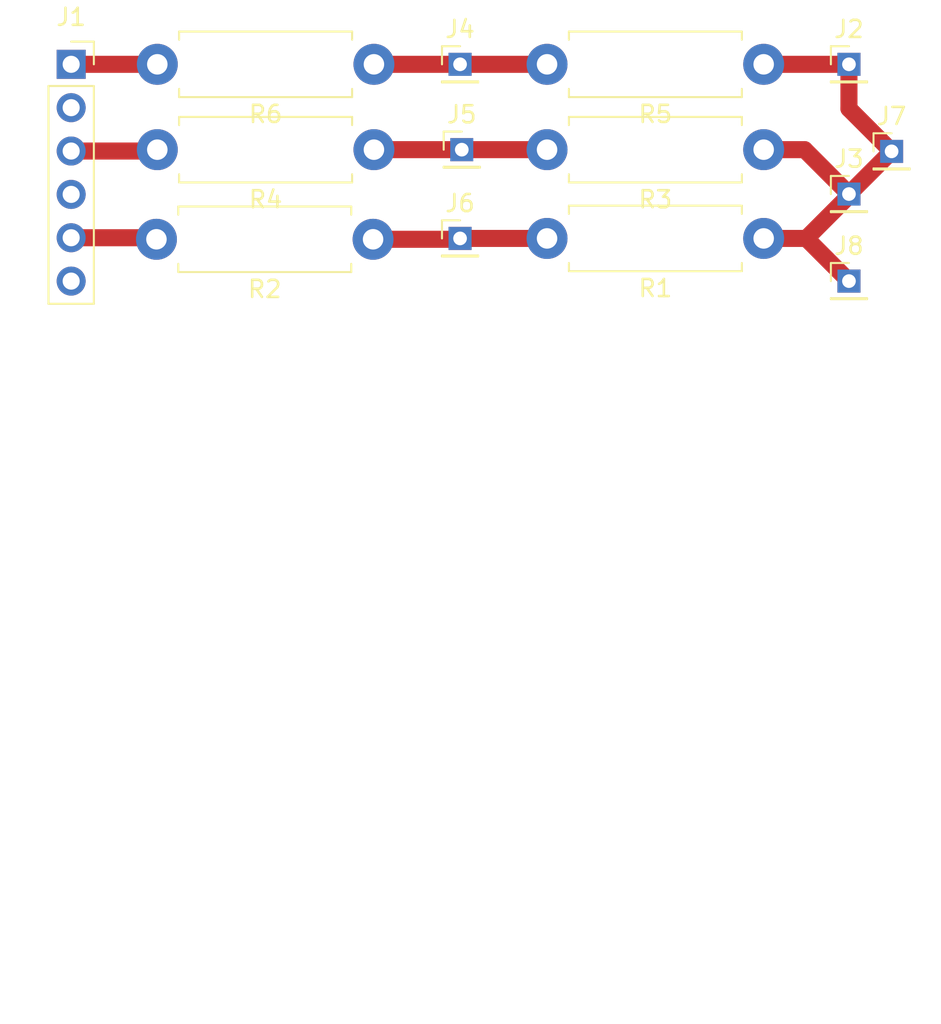
<source format=kicad_pcb>
(kicad_pcb (version 20171130) (host pcbnew "(5.1.9-0-10_14)")

  (general
    (thickness 1.6)
    (drawings 125)
    (tracks 22)
    (zones 0)
    (modules 14)
    (nets 8)
  )

  (page A4)
  (layers
    (0 F.Cu signal)
    (31 B.Cu signal)
    (32 B.Adhes user)
    (33 F.Adhes user)
    (34 B.Paste user)
    (35 F.Paste user)
    (36 B.SilkS user)
    (37 F.SilkS user)
    (38 B.Mask user)
    (39 F.Mask user)
    (40 Dwgs.User user)
    (41 Cmts.User user)
    (42 Eco1.User user)
    (43 Eco2.User user)
    (44 Edge.Cuts user)
    (45 Margin user)
    (46 B.CrtYd user)
    (47 F.CrtYd user)
    (48 B.Fab user)
    (49 F.Fab user)
  )

  (setup
    (last_trace_width 0.25)
    (user_trace_width 1)
    (trace_clearance 0.2)
    (zone_clearance 0.508)
    (zone_45_only no)
    (trace_min 0.2)
    (via_size 0.8)
    (via_drill 0.4)
    (via_min_size 0.4)
    (via_min_drill 0.3)
    (uvia_size 0.3)
    (uvia_drill 0.1)
    (uvias_allowed no)
    (uvia_min_size 0.2)
    (uvia_min_drill 0.1)
    (edge_width 0.05)
    (segment_width 0.2)
    (pcb_text_width 0.3)
    (pcb_text_size 1.5 1.5)
    (mod_edge_width 0.12)
    (mod_text_size 1 1)
    (mod_text_width 0.15)
    (pad_size 1.524 1.524)
    (pad_drill 0.762)
    (pad_to_mask_clearance 0)
    (aux_axis_origin 0 0)
    (visible_elements FFFFFF7F)
    (pcbplotparams
      (layerselection 0x011fc_ffffffff)
      (usegerberextensions false)
      (usegerberattributes true)
      (usegerberadvancedattributes true)
      (creategerberjobfile true)
      (excludeedgelayer true)
      (linewidth 0.100000)
      (plotframeref false)
      (viasonmask false)
      (mode 1)
      (useauxorigin false)
      (hpglpennumber 1)
      (hpglpenspeed 20)
      (hpglpendiameter 15.000000)
      (psnegative false)
      (psa4output false)
      (plotreference true)
      (plotvalue true)
      (plotinvisibletext false)
      (padsonsilk false)
      (subtractmaskfromsilk false)
      (outputformat 4)
      (mirror false)
      (drillshape 0)
      (scaleselection 1)
      (outputdirectory "./"))
  )

  (net 0 "")
  (net 1 "Net-(J4-Pad1)")
  (net 2 "Net-(J5-Pad1)")
  (net 3 "Net-(J6-Pad1)")
  (net 4 /shield_wire)
  (net 5 /X_pin)
  (net 6 /Y_pin)
  (net 7 /Z_pin)

  (net_class Default "This is the default net class."
    (clearance 0.2)
    (trace_width 0.25)
    (via_dia 0.8)
    (via_drill 0.4)
    (uvia_dia 0.3)
    (uvia_drill 0.1)
    (add_net /X_pin)
    (add_net /Y_pin)
    (add_net /Z_pin)
    (add_net /shield_wire)
    (add_net "Net-(J4-Pad1)")
    (add_net "Net-(J5-Pad1)")
    (add_net "Net-(J6-Pad1)")
  )

  (module Connector_PinHeader_2.00mm:PinHeader_1x01_P2.00mm_Vertical (layer F.Cu) (tedit 59FED667) (tstamp 60726C08)
    (at 203.8 133.6)
    (descr "Through hole straight pin header, 1x01, 2.00mm pitch, single row")
    (tags "Through hole pin header THT 1x01 2.00mm single row")
    (path /607342FB)
    (fp_text reference J4 (at 0 -2.06) (layer F.SilkS)
      (effects (font (size 1 1) (thickness 0.15)))
    )
    (fp_text value X_plate (at 0 2.06) (layer F.Fab)
      (effects (font (size 1 1) (thickness 0.15)))
    )
    (fp_line (start -0.5 -1) (end 1 -1) (layer F.Fab) (width 0.1))
    (fp_line (start 1 -1) (end 1 1) (layer F.Fab) (width 0.1))
    (fp_line (start 1 1) (end -1 1) (layer F.Fab) (width 0.1))
    (fp_line (start -1 1) (end -1 -0.5) (layer F.Fab) (width 0.1))
    (fp_line (start -1 -0.5) (end -0.5 -1) (layer F.Fab) (width 0.1))
    (fp_line (start -1.06 1.06) (end 1.06 1.06) (layer F.SilkS) (width 0.12))
    (fp_line (start -1.06 1) (end -1.06 1.06) (layer F.SilkS) (width 0.12))
    (fp_line (start 1.06 1) (end 1.06 1.06) (layer F.SilkS) (width 0.12))
    (fp_line (start -1.06 1) (end 1.06 1) (layer F.SilkS) (width 0.12))
    (fp_line (start -1.06 0) (end -1.06 -1.06) (layer F.SilkS) (width 0.12))
    (fp_line (start -1.06 -1.06) (end 0 -1.06) (layer F.SilkS) (width 0.12))
    (fp_line (start -1.5 -1.5) (end -1.5 1.5) (layer F.CrtYd) (width 0.05))
    (fp_line (start -1.5 1.5) (end 1.5 1.5) (layer F.CrtYd) (width 0.05))
    (fp_line (start 1.5 1.5) (end 1.5 -1.5) (layer F.CrtYd) (width 0.05))
    (fp_line (start 1.5 -1.5) (end -1.5 -1.5) (layer F.CrtYd) (width 0.05))
    (fp_text user %R (at 0 0 90) (layer F.Fab)
      (effects (font (size 1 1) (thickness 0.15)))
    )
    (pad 1 thru_hole rect (at 0 0) (size 1.35 1.35) (drill 0.8) (layers *.Cu *.Mask)
      (net 1 "Net-(J4-Pad1)"))
    (model ${KISYS3DMOD}/Connector_PinHeader_2.00mm.3dshapes/PinHeader_1x01_P2.00mm_Vertical.wrl
      (at (xyz 0 0 0))
      (scale (xyz 1 1 1))
      (rotate (xyz 0 0 0))
    )
  )

  (module Connector_PinHeader_2.00mm:PinHeader_1x01_P2.00mm_Vertical (layer F.Cu) (tedit 59FED667) (tstamp 60726BA2)
    (at 203.9 138.6)
    (descr "Through hole straight pin header, 1x01, 2.00mm pitch, single row")
    (tags "Through hole pin header THT 1x01 2.00mm single row")
    (path /607354B4)
    (fp_text reference J5 (at 0 -2.06) (layer F.SilkS)
      (effects (font (size 1 1) (thickness 0.15)))
    )
    (fp_text value Y_plate (at 0 2.06) (layer F.Fab)
      (effects (font (size 1 1) (thickness 0.15)))
    )
    (fp_line (start 1.5 -1.5) (end -1.5 -1.5) (layer F.CrtYd) (width 0.05))
    (fp_line (start 1.5 1.5) (end 1.5 -1.5) (layer F.CrtYd) (width 0.05))
    (fp_line (start -1.5 1.5) (end 1.5 1.5) (layer F.CrtYd) (width 0.05))
    (fp_line (start -1.5 -1.5) (end -1.5 1.5) (layer F.CrtYd) (width 0.05))
    (fp_line (start -1.06 -1.06) (end 0 -1.06) (layer F.SilkS) (width 0.12))
    (fp_line (start -1.06 0) (end -1.06 -1.06) (layer F.SilkS) (width 0.12))
    (fp_line (start -1.06 1) (end 1.06 1) (layer F.SilkS) (width 0.12))
    (fp_line (start 1.06 1) (end 1.06 1.06) (layer F.SilkS) (width 0.12))
    (fp_line (start -1.06 1) (end -1.06 1.06) (layer F.SilkS) (width 0.12))
    (fp_line (start -1.06 1.06) (end 1.06 1.06) (layer F.SilkS) (width 0.12))
    (fp_line (start -1 -0.5) (end -0.5 -1) (layer F.Fab) (width 0.1))
    (fp_line (start -1 1) (end -1 -0.5) (layer F.Fab) (width 0.1))
    (fp_line (start 1 1) (end -1 1) (layer F.Fab) (width 0.1))
    (fp_line (start 1 -1) (end 1 1) (layer F.Fab) (width 0.1))
    (fp_line (start -0.5 -1) (end 1 -1) (layer F.Fab) (width 0.1))
    (fp_text user %R (at 0 0 90) (layer F.Fab)
      (effects (font (size 1 1) (thickness 0.15)))
    )
    (pad 1 thru_hole rect (at 0 0) (size 1.35 1.35) (drill 0.8) (layers *.Cu *.Mask)
      (net 2 "Net-(J5-Pad1)"))
    (model ${KISYS3DMOD}/Connector_PinHeader_2.00mm.3dshapes/PinHeader_1x01_P2.00mm_Vertical.wrl
      (at (xyz 0 0 0))
      (scale (xyz 1 1 1))
      (rotate (xyz 0 0 0))
    )
  )

  (module Connector_PinHeader_2.00mm:PinHeader_1x01_P2.00mm_Vertical (layer F.Cu) (tedit 59FED667) (tstamp 60724D31)
    (at 203.8 143.8)
    (descr "Through hole straight pin header, 1x01, 2.00mm pitch, single row")
    (tags "Through hole pin header THT 1x01 2.00mm single row")
    (path /60735CD0)
    (fp_text reference J6 (at 0 -2.06) (layer F.SilkS)
      (effects (font (size 1 1) (thickness 0.15)))
    )
    (fp_text value Z_plate (at 0 2.06) (layer F.Fab)
      (effects (font (size 1 1) (thickness 0.15)))
    )
    (fp_line (start -0.5 -1) (end 1 -1) (layer F.Fab) (width 0.1))
    (fp_line (start 1 -1) (end 1 1) (layer F.Fab) (width 0.1))
    (fp_line (start 1 1) (end -1 1) (layer F.Fab) (width 0.1))
    (fp_line (start -1 1) (end -1 -0.5) (layer F.Fab) (width 0.1))
    (fp_line (start -1 -0.5) (end -0.5 -1) (layer F.Fab) (width 0.1))
    (fp_line (start -1.06 1.06) (end 1.06 1.06) (layer F.SilkS) (width 0.12))
    (fp_line (start -1.06 1) (end -1.06 1.06) (layer F.SilkS) (width 0.12))
    (fp_line (start 1.06 1) (end 1.06 1.06) (layer F.SilkS) (width 0.12))
    (fp_line (start -1.06 1) (end 1.06 1) (layer F.SilkS) (width 0.12))
    (fp_line (start -1.06 0) (end -1.06 -1.06) (layer F.SilkS) (width 0.12))
    (fp_line (start -1.06 -1.06) (end 0 -1.06) (layer F.SilkS) (width 0.12))
    (fp_line (start -1.5 -1.5) (end -1.5 1.5) (layer F.CrtYd) (width 0.05))
    (fp_line (start -1.5 1.5) (end 1.5 1.5) (layer F.CrtYd) (width 0.05))
    (fp_line (start 1.5 1.5) (end 1.5 -1.5) (layer F.CrtYd) (width 0.05))
    (fp_line (start 1.5 -1.5) (end -1.5 -1.5) (layer F.CrtYd) (width 0.05))
    (fp_text user %R (at 0 0 90) (layer F.Fab)
      (effects (font (size 1 1) (thickness 0.15)))
    )
    (pad 1 thru_hole rect (at 0 0) (size 1.35 1.35) (drill 0.8) (layers *.Cu *.Mask)
      (net 3 "Net-(J6-Pad1)"))
    (model ${KISYS3DMOD}/Connector_PinHeader_2.00mm.3dshapes/PinHeader_1x01_P2.00mm_Vertical.wrl
      (at (xyz 0 0 0))
      (scale (xyz 1 1 1))
      (rotate (xyz 0 0 0))
    )
  )

  (module Connector_PinHeader_2.00mm:PinHeader_1x01_P2.00mm_Vertical (layer F.Cu) (tedit 59FED667) (tstamp 60724D46)
    (at 229.1 138.7)
    (descr "Through hole straight pin header, 1x01, 2.00mm pitch, single row")
    (tags "Through hole pin header THT 1x01 2.00mm single row")
    (path /60742720)
    (fp_text reference J7 (at 0 -2.06) (layer F.SilkS)
      (effects (font (size 1 1) (thickness 0.15)))
    )
    (fp_text value 3V (at 0 2.06) (layer F.Fab)
      (effects (font (size 1 1) (thickness 0.15)))
    )
    (fp_line (start 1.5 -1.5) (end -1.5 -1.5) (layer F.CrtYd) (width 0.05))
    (fp_line (start 1.5 1.5) (end 1.5 -1.5) (layer F.CrtYd) (width 0.05))
    (fp_line (start -1.5 1.5) (end 1.5 1.5) (layer F.CrtYd) (width 0.05))
    (fp_line (start -1.5 -1.5) (end -1.5 1.5) (layer F.CrtYd) (width 0.05))
    (fp_line (start -1.06 -1.06) (end 0 -1.06) (layer F.SilkS) (width 0.12))
    (fp_line (start -1.06 0) (end -1.06 -1.06) (layer F.SilkS) (width 0.12))
    (fp_line (start -1.06 1) (end 1.06 1) (layer F.SilkS) (width 0.12))
    (fp_line (start 1.06 1) (end 1.06 1.06) (layer F.SilkS) (width 0.12))
    (fp_line (start -1.06 1) (end -1.06 1.06) (layer F.SilkS) (width 0.12))
    (fp_line (start -1.06 1.06) (end 1.06 1.06) (layer F.SilkS) (width 0.12))
    (fp_line (start -1 -0.5) (end -0.5 -1) (layer F.Fab) (width 0.1))
    (fp_line (start -1 1) (end -1 -0.5) (layer F.Fab) (width 0.1))
    (fp_line (start 1 1) (end -1 1) (layer F.Fab) (width 0.1))
    (fp_line (start 1 -1) (end 1 1) (layer F.Fab) (width 0.1))
    (fp_line (start -0.5 -1) (end 1 -1) (layer F.Fab) (width 0.1))
    (fp_text user %R (at 0 0 90) (layer F.Fab)
      (effects (font (size 1 1) (thickness 0.15)))
    )
    (pad 1 thru_hole rect (at 0 0) (size 1.35 1.35) (drill 0.8) (layers *.Cu *.Mask)
      (net 4 /shield_wire))
    (model ${KISYS3DMOD}/Connector_PinHeader_2.00mm.3dshapes/PinHeader_1x01_P2.00mm_Vertical.wrl
      (at (xyz 0 0 0))
      (scale (xyz 1 1 1))
      (rotate (xyz 0 0 0))
    )
  )

  (module Resistor_THT:R_Axial_DIN0411_L9.9mm_D3.6mm_P12.70mm_Horizontal (layer F.Cu) (tedit 5AE5139B) (tstamp 60724D5D)
    (at 221.6 143.8 180)
    (descr "Resistor, Axial_DIN0411 series, Axial, Horizontal, pin pitch=12.7mm, 1W, length*diameter=9.9*3.6mm^2")
    (tags "Resistor Axial_DIN0411 series Axial Horizontal pin pitch 12.7mm 1W length 9.9mm diameter 3.6mm")
    (path /607267D1)
    (fp_text reference R1 (at 6.35 -2.92) (layer F.SilkS)
      (effects (font (size 1 1) (thickness 0.15)))
    )
    (fp_text value 220K (at 6.35 2.92) (layer F.Fab)
      (effects (font (size 1 1) (thickness 0.15)))
    )
    (fp_line (start 1.4 -1.8) (end 1.4 1.8) (layer F.Fab) (width 0.1))
    (fp_line (start 1.4 1.8) (end 11.3 1.8) (layer F.Fab) (width 0.1))
    (fp_line (start 11.3 1.8) (end 11.3 -1.8) (layer F.Fab) (width 0.1))
    (fp_line (start 11.3 -1.8) (end 1.4 -1.8) (layer F.Fab) (width 0.1))
    (fp_line (start 0 0) (end 1.4 0) (layer F.Fab) (width 0.1))
    (fp_line (start 12.7 0) (end 11.3 0) (layer F.Fab) (width 0.1))
    (fp_line (start 1.28 -1.44) (end 1.28 -1.92) (layer F.SilkS) (width 0.12))
    (fp_line (start 1.28 -1.92) (end 11.42 -1.92) (layer F.SilkS) (width 0.12))
    (fp_line (start 11.42 -1.92) (end 11.42 -1.44) (layer F.SilkS) (width 0.12))
    (fp_line (start 1.28 1.44) (end 1.28 1.92) (layer F.SilkS) (width 0.12))
    (fp_line (start 1.28 1.92) (end 11.42 1.92) (layer F.SilkS) (width 0.12))
    (fp_line (start 11.42 1.92) (end 11.42 1.44) (layer F.SilkS) (width 0.12))
    (fp_line (start -1.45 -2.05) (end -1.45 2.05) (layer F.CrtYd) (width 0.05))
    (fp_line (start -1.45 2.05) (end 14.15 2.05) (layer F.CrtYd) (width 0.05))
    (fp_line (start 14.15 2.05) (end 14.15 -2.05) (layer F.CrtYd) (width 0.05))
    (fp_line (start 14.15 -2.05) (end -1.45 -2.05) (layer F.CrtYd) (width 0.05))
    (fp_text user %R (at 6.35 0) (layer F.Fab)
      (effects (font (size 1 1) (thickness 0.15)))
    )
    (pad 1 thru_hole circle (at 0 0 180) (size 2.4 2.4) (drill 1.2) (layers *.Cu *.Mask)
      (net 4 /shield_wire))
    (pad 2 thru_hole oval (at 12.7 0 180) (size 2.4 2.4) (drill 1.2) (layers *.Cu *.Mask)
      (net 3 "Net-(J6-Pad1)"))
    (model ${KISYS3DMOD}/Resistor_THT.3dshapes/R_Axial_DIN0411_L9.9mm_D3.6mm_P12.70mm_Horizontal.wrl
      (at (xyz 0 0 0))
      (scale (xyz 1 1 1))
      (rotate (xyz 0 0 0))
    )
  )

  (module Resistor_THT:R_Axial_DIN0411_L9.9mm_D3.6mm_P12.70mm_Horizontal (layer F.Cu) (tedit 5AE5139B) (tstamp 60724D74)
    (at 198.7 143.85 180)
    (descr "Resistor, Axial_DIN0411 series, Axial, Horizontal, pin pitch=12.7mm, 1W, length*diameter=9.9*3.6mm^2")
    (tags "Resistor Axial_DIN0411 series Axial Horizontal pin pitch 12.7mm 1W length 9.9mm diameter 3.6mm")
    (path /6072A903)
    (fp_text reference R2 (at 6.35 -2.92) (layer F.SilkS)
      (effects (font (size 1 1) (thickness 0.15)))
    )
    (fp_text value 10K (at 6.35 2.92) (layer F.Fab)
      (effects (font (size 1 1) (thickness 0.15)))
    )
    (fp_line (start 14.15 -2.05) (end -1.45 -2.05) (layer F.CrtYd) (width 0.05))
    (fp_line (start 14.15 2.05) (end 14.15 -2.05) (layer F.CrtYd) (width 0.05))
    (fp_line (start -1.45 2.05) (end 14.15 2.05) (layer F.CrtYd) (width 0.05))
    (fp_line (start -1.45 -2.05) (end -1.45 2.05) (layer F.CrtYd) (width 0.05))
    (fp_line (start 11.42 1.92) (end 11.42 1.44) (layer F.SilkS) (width 0.12))
    (fp_line (start 1.28 1.92) (end 11.42 1.92) (layer F.SilkS) (width 0.12))
    (fp_line (start 1.28 1.44) (end 1.28 1.92) (layer F.SilkS) (width 0.12))
    (fp_line (start 11.42 -1.92) (end 11.42 -1.44) (layer F.SilkS) (width 0.12))
    (fp_line (start 1.28 -1.92) (end 11.42 -1.92) (layer F.SilkS) (width 0.12))
    (fp_line (start 1.28 -1.44) (end 1.28 -1.92) (layer F.SilkS) (width 0.12))
    (fp_line (start 12.7 0) (end 11.3 0) (layer F.Fab) (width 0.1))
    (fp_line (start 0 0) (end 1.4 0) (layer F.Fab) (width 0.1))
    (fp_line (start 11.3 -1.8) (end 1.4 -1.8) (layer F.Fab) (width 0.1))
    (fp_line (start 11.3 1.8) (end 11.3 -1.8) (layer F.Fab) (width 0.1))
    (fp_line (start 1.4 1.8) (end 11.3 1.8) (layer F.Fab) (width 0.1))
    (fp_line (start 1.4 -1.8) (end 1.4 1.8) (layer F.Fab) (width 0.1))
    (fp_text user %R (at 6.35 0) (layer F.Fab)
      (effects (font (size 1 1) (thickness 0.15)))
    )
    (pad 2 thru_hole oval (at 12.7 0 180) (size 2.4 2.4) (drill 1.2) (layers *.Cu *.Mask)
      (net 7 /Z_pin))
    (pad 1 thru_hole circle (at 0 0 180) (size 2.4 2.4) (drill 1.2) (layers *.Cu *.Mask)
      (net 3 "Net-(J6-Pad1)"))
    (model ${KISYS3DMOD}/Resistor_THT.3dshapes/R_Axial_DIN0411_L9.9mm_D3.6mm_P12.70mm_Horizontal.wrl
      (at (xyz 0 0 0))
      (scale (xyz 1 1 1))
      (rotate (xyz 0 0 0))
    )
  )

  (module Resistor_THT:R_Axial_DIN0411_L9.9mm_D3.6mm_P12.70mm_Horizontal (layer F.Cu) (tedit 5AE5139B) (tstamp 60724D8B)
    (at 221.6 138.6 180)
    (descr "Resistor, Axial_DIN0411 series, Axial, Horizontal, pin pitch=12.7mm, 1W, length*diameter=9.9*3.6mm^2")
    (tags "Resistor Axial_DIN0411 series Axial Horizontal pin pitch 12.7mm 1W length 9.9mm diameter 3.6mm")
    (path /60726F97)
    (fp_text reference R3 (at 6.35 -2.92) (layer F.SilkS)
      (effects (font (size 1 1) (thickness 0.15)))
    )
    (fp_text value 220K (at 6.35 2.92) (layer F.Fab)
      (effects (font (size 1 1) (thickness 0.15)))
    )
    (fp_line (start 1.4 -1.8) (end 1.4 1.8) (layer F.Fab) (width 0.1))
    (fp_line (start 1.4 1.8) (end 11.3 1.8) (layer F.Fab) (width 0.1))
    (fp_line (start 11.3 1.8) (end 11.3 -1.8) (layer F.Fab) (width 0.1))
    (fp_line (start 11.3 -1.8) (end 1.4 -1.8) (layer F.Fab) (width 0.1))
    (fp_line (start 0 0) (end 1.4 0) (layer F.Fab) (width 0.1))
    (fp_line (start 12.7 0) (end 11.3 0) (layer F.Fab) (width 0.1))
    (fp_line (start 1.28 -1.44) (end 1.28 -1.92) (layer F.SilkS) (width 0.12))
    (fp_line (start 1.28 -1.92) (end 11.42 -1.92) (layer F.SilkS) (width 0.12))
    (fp_line (start 11.42 -1.92) (end 11.42 -1.44) (layer F.SilkS) (width 0.12))
    (fp_line (start 1.28 1.44) (end 1.28 1.92) (layer F.SilkS) (width 0.12))
    (fp_line (start 1.28 1.92) (end 11.42 1.92) (layer F.SilkS) (width 0.12))
    (fp_line (start 11.42 1.92) (end 11.42 1.44) (layer F.SilkS) (width 0.12))
    (fp_line (start -1.45 -2.05) (end -1.45 2.05) (layer F.CrtYd) (width 0.05))
    (fp_line (start -1.45 2.05) (end 14.15 2.05) (layer F.CrtYd) (width 0.05))
    (fp_line (start 14.15 2.05) (end 14.15 -2.05) (layer F.CrtYd) (width 0.05))
    (fp_line (start 14.15 -2.05) (end -1.45 -2.05) (layer F.CrtYd) (width 0.05))
    (fp_text user %R (at 6.35 0) (layer F.Fab)
      (effects (font (size 1 1) (thickness 0.15)))
    )
    (pad 1 thru_hole circle (at 0 0 180) (size 2.4 2.4) (drill 1.2) (layers *.Cu *.Mask)
      (net 4 /shield_wire))
    (pad 2 thru_hole oval (at 12.7 0 180) (size 2.4 2.4) (drill 1.2) (layers *.Cu *.Mask)
      (net 2 "Net-(J5-Pad1)"))
    (model ${KISYS3DMOD}/Resistor_THT.3dshapes/R_Axial_DIN0411_L9.9mm_D3.6mm_P12.70mm_Horizontal.wrl
      (at (xyz 0 0 0))
      (scale (xyz 1 1 1))
      (rotate (xyz 0 0 0))
    )
  )

  (module Resistor_THT:R_Axial_DIN0411_L9.9mm_D3.6mm_P12.70mm_Horizontal (layer F.Cu) (tedit 5AE5139B) (tstamp 60724DA2)
    (at 198.75 138.6 180)
    (descr "Resistor, Axial_DIN0411 series, Axial, Horizontal, pin pitch=12.7mm, 1W, length*diameter=9.9*3.6mm^2")
    (tags "Resistor Axial_DIN0411 series Axial Horizontal pin pitch 12.7mm 1W length 9.9mm diameter 3.6mm")
    (path /6072B2A7)
    (fp_text reference R4 (at 6.35 -2.92) (layer F.SilkS)
      (effects (font (size 1 1) (thickness 0.15)))
    )
    (fp_text value 10K (at 6.35 2.92) (layer F.Fab)
      (effects (font (size 1 1) (thickness 0.15)))
    )
    (fp_line (start 1.4 -1.8) (end 1.4 1.8) (layer F.Fab) (width 0.1))
    (fp_line (start 1.4 1.8) (end 11.3 1.8) (layer F.Fab) (width 0.1))
    (fp_line (start 11.3 1.8) (end 11.3 -1.8) (layer F.Fab) (width 0.1))
    (fp_line (start 11.3 -1.8) (end 1.4 -1.8) (layer F.Fab) (width 0.1))
    (fp_line (start 0 0) (end 1.4 0) (layer F.Fab) (width 0.1))
    (fp_line (start 12.7 0) (end 11.3 0) (layer F.Fab) (width 0.1))
    (fp_line (start 1.28 -1.44) (end 1.28 -1.92) (layer F.SilkS) (width 0.12))
    (fp_line (start 1.28 -1.92) (end 11.42 -1.92) (layer F.SilkS) (width 0.12))
    (fp_line (start 11.42 -1.92) (end 11.42 -1.44) (layer F.SilkS) (width 0.12))
    (fp_line (start 1.28 1.44) (end 1.28 1.92) (layer F.SilkS) (width 0.12))
    (fp_line (start 1.28 1.92) (end 11.42 1.92) (layer F.SilkS) (width 0.12))
    (fp_line (start 11.42 1.92) (end 11.42 1.44) (layer F.SilkS) (width 0.12))
    (fp_line (start -1.45 -2.05) (end -1.45 2.05) (layer F.CrtYd) (width 0.05))
    (fp_line (start -1.45 2.05) (end 14.15 2.05) (layer F.CrtYd) (width 0.05))
    (fp_line (start 14.15 2.05) (end 14.15 -2.05) (layer F.CrtYd) (width 0.05))
    (fp_line (start 14.15 -2.05) (end -1.45 -2.05) (layer F.CrtYd) (width 0.05))
    (fp_text user %R (at 6.35 0) (layer F.Fab)
      (effects (font (size 1 1) (thickness 0.15)))
    )
    (pad 1 thru_hole circle (at 0 0 180) (size 2.4 2.4) (drill 1.2) (layers *.Cu *.Mask)
      (net 2 "Net-(J5-Pad1)"))
    (pad 2 thru_hole oval (at 12.7 0 180) (size 2.4 2.4) (drill 1.2) (layers *.Cu *.Mask)
      (net 6 /Y_pin))
    (model ${KISYS3DMOD}/Resistor_THT.3dshapes/R_Axial_DIN0411_L9.9mm_D3.6mm_P12.70mm_Horizontal.wrl
      (at (xyz 0 0 0))
      (scale (xyz 1 1 1))
      (rotate (xyz 0 0 0))
    )
  )

  (module Resistor_THT:R_Axial_DIN0411_L9.9mm_D3.6mm_P12.70mm_Horizontal (layer F.Cu) (tedit 5AE5139B) (tstamp 60724DB9)
    (at 221.6 133.6 180)
    (descr "Resistor, Axial_DIN0411 series, Axial, Horizontal, pin pitch=12.7mm, 1W, length*diameter=9.9*3.6mm^2")
    (tags "Resistor Axial_DIN0411 series Axial Horizontal pin pitch 12.7mm 1W length 9.9mm diameter 3.6mm")
    (path /60727144)
    (fp_text reference R5 (at 6.35 -2.92) (layer F.SilkS)
      (effects (font (size 1 1) (thickness 0.15)))
    )
    (fp_text value 220K (at 6.35 2.92) (layer F.Fab)
      (effects (font (size 1 1) (thickness 0.15)))
    )
    (fp_line (start 1.4 -1.8) (end 1.4 1.8) (layer F.Fab) (width 0.1))
    (fp_line (start 1.4 1.8) (end 11.3 1.8) (layer F.Fab) (width 0.1))
    (fp_line (start 11.3 1.8) (end 11.3 -1.8) (layer F.Fab) (width 0.1))
    (fp_line (start 11.3 -1.8) (end 1.4 -1.8) (layer F.Fab) (width 0.1))
    (fp_line (start 0 0) (end 1.4 0) (layer F.Fab) (width 0.1))
    (fp_line (start 12.7 0) (end 11.3 0) (layer F.Fab) (width 0.1))
    (fp_line (start 1.28 -1.44) (end 1.28 -1.92) (layer F.SilkS) (width 0.12))
    (fp_line (start 1.28 -1.92) (end 11.42 -1.92) (layer F.SilkS) (width 0.12))
    (fp_line (start 11.42 -1.92) (end 11.42 -1.44) (layer F.SilkS) (width 0.12))
    (fp_line (start 1.28 1.44) (end 1.28 1.92) (layer F.SilkS) (width 0.12))
    (fp_line (start 1.28 1.92) (end 11.42 1.92) (layer F.SilkS) (width 0.12))
    (fp_line (start 11.42 1.92) (end 11.42 1.44) (layer F.SilkS) (width 0.12))
    (fp_line (start -1.45 -2.05) (end -1.45 2.05) (layer F.CrtYd) (width 0.05))
    (fp_line (start -1.45 2.05) (end 14.15 2.05) (layer F.CrtYd) (width 0.05))
    (fp_line (start 14.15 2.05) (end 14.15 -2.05) (layer F.CrtYd) (width 0.05))
    (fp_line (start 14.15 -2.05) (end -1.45 -2.05) (layer F.CrtYd) (width 0.05))
    (fp_text user %R (at 6.35 0) (layer F.Fab)
      (effects (font (size 1 1) (thickness 0.15)))
    )
    (pad 1 thru_hole circle (at 0 0 180) (size 2.4 2.4) (drill 1.2) (layers *.Cu *.Mask)
      (net 4 /shield_wire))
    (pad 2 thru_hole oval (at 12.7 0 180) (size 2.4 2.4) (drill 1.2) (layers *.Cu *.Mask)
      (net 1 "Net-(J4-Pad1)"))
    (model ${KISYS3DMOD}/Resistor_THT.3dshapes/R_Axial_DIN0411_L9.9mm_D3.6mm_P12.70mm_Horizontal.wrl
      (at (xyz 0 0 0))
      (scale (xyz 1 1 1))
      (rotate (xyz 0 0 0))
    )
  )

  (module Resistor_THT:R_Axial_DIN0411_L9.9mm_D3.6mm_P12.70mm_Horizontal (layer F.Cu) (tedit 5AE5139B) (tstamp 60724DD0)
    (at 198.75 133.6 180)
    (descr "Resistor, Axial_DIN0411 series, Axial, Horizontal, pin pitch=12.7mm, 1W, length*diameter=9.9*3.6mm^2")
    (tags "Resistor Axial_DIN0411 series Axial Horizontal pin pitch 12.7mm 1W length 9.9mm diameter 3.6mm")
    (path /6072B5B0)
    (fp_text reference R6 (at 6.35 -2.92) (layer F.SilkS)
      (effects (font (size 1 1) (thickness 0.15)))
    )
    (fp_text value 10K (at 6.35 2.92) (layer F.Fab)
      (effects (font (size 1 1) (thickness 0.15)))
    )
    (fp_line (start 14.15 -2.05) (end -1.45 -2.05) (layer F.CrtYd) (width 0.05))
    (fp_line (start 14.15 2.05) (end 14.15 -2.05) (layer F.CrtYd) (width 0.05))
    (fp_line (start -1.45 2.05) (end 14.15 2.05) (layer F.CrtYd) (width 0.05))
    (fp_line (start -1.45 -2.05) (end -1.45 2.05) (layer F.CrtYd) (width 0.05))
    (fp_line (start 11.42 1.92) (end 11.42 1.44) (layer F.SilkS) (width 0.12))
    (fp_line (start 1.28 1.92) (end 11.42 1.92) (layer F.SilkS) (width 0.12))
    (fp_line (start 1.28 1.44) (end 1.28 1.92) (layer F.SilkS) (width 0.12))
    (fp_line (start 11.42 -1.92) (end 11.42 -1.44) (layer F.SilkS) (width 0.12))
    (fp_line (start 1.28 -1.92) (end 11.42 -1.92) (layer F.SilkS) (width 0.12))
    (fp_line (start 1.28 -1.44) (end 1.28 -1.92) (layer F.SilkS) (width 0.12))
    (fp_line (start 12.7 0) (end 11.3 0) (layer F.Fab) (width 0.1))
    (fp_line (start 0 0) (end 1.4 0) (layer F.Fab) (width 0.1))
    (fp_line (start 11.3 -1.8) (end 1.4 -1.8) (layer F.Fab) (width 0.1))
    (fp_line (start 11.3 1.8) (end 11.3 -1.8) (layer F.Fab) (width 0.1))
    (fp_line (start 1.4 1.8) (end 11.3 1.8) (layer F.Fab) (width 0.1))
    (fp_line (start 1.4 -1.8) (end 1.4 1.8) (layer F.Fab) (width 0.1))
    (fp_text user %R (at 6.35 0) (layer F.Fab)
      (effects (font (size 1 1) (thickness 0.15)))
    )
    (pad 2 thru_hole oval (at 12.7 0 180) (size 2.4 2.4) (drill 1.2) (layers *.Cu *.Mask)
      (net 5 /X_pin))
    (pad 1 thru_hole circle (at 0 0 180) (size 2.4 2.4) (drill 1.2) (layers *.Cu *.Mask)
      (net 1 "Net-(J4-Pad1)"))
    (model ${KISYS3DMOD}/Resistor_THT.3dshapes/R_Axial_DIN0411_L9.9mm_D3.6mm_P12.70mm_Horizontal.wrl
      (at (xyz 0 0 0))
      (scale (xyz 1 1 1))
      (rotate (xyz 0 0 0))
    )
  )

  (module Connector_PinSocket_2.54mm:PinSocket_1x06_P2.54mm_Vertical (layer F.Cu) (tedit 5A19A430) (tstamp 607266CE)
    (at 181 133.6)
    (descr "Through hole straight socket strip, 1x06, 2.54mm pitch, single row (from Kicad 4.0.7), script generated")
    (tags "Through hole socket strip THT 1x06 2.54mm single row")
    (path /60746578)
    (fp_text reference J1 (at 0 -2.77) (layer F.SilkS)
      (effects (font (size 1 1) (thickness 0.15)))
    )
    (fp_text value "Pin Socket" (at 0 15.47) (layer F.Fab)
      (effects (font (size 1 1) (thickness 0.15)))
    )
    (fp_line (start -1.27 -1.27) (end 0.635 -1.27) (layer F.Fab) (width 0.1))
    (fp_line (start 0.635 -1.27) (end 1.27 -0.635) (layer F.Fab) (width 0.1))
    (fp_line (start 1.27 -0.635) (end 1.27 13.97) (layer F.Fab) (width 0.1))
    (fp_line (start 1.27 13.97) (end -1.27 13.97) (layer F.Fab) (width 0.1))
    (fp_line (start -1.27 13.97) (end -1.27 -1.27) (layer F.Fab) (width 0.1))
    (fp_line (start -1.33 1.27) (end 1.33 1.27) (layer F.SilkS) (width 0.12))
    (fp_line (start -1.33 1.27) (end -1.33 14.03) (layer F.SilkS) (width 0.12))
    (fp_line (start -1.33 14.03) (end 1.33 14.03) (layer F.SilkS) (width 0.12))
    (fp_line (start 1.33 1.27) (end 1.33 14.03) (layer F.SilkS) (width 0.12))
    (fp_line (start 1.33 -1.33) (end 1.33 0) (layer F.SilkS) (width 0.12))
    (fp_line (start 0 -1.33) (end 1.33 -1.33) (layer F.SilkS) (width 0.12))
    (fp_line (start -1.8 -1.8) (end 1.75 -1.8) (layer F.CrtYd) (width 0.05))
    (fp_line (start 1.75 -1.8) (end 1.75 14.45) (layer F.CrtYd) (width 0.05))
    (fp_line (start 1.75 14.45) (end -1.8 14.45) (layer F.CrtYd) (width 0.05))
    (fp_line (start -1.8 14.45) (end -1.8 -1.8) (layer F.CrtYd) (width 0.05))
    (fp_text user %R (at 0 6.35 90) (layer F.Fab)
      (effects (font (size 1 1) (thickness 0.15)))
    )
    (pad 1 thru_hole rect (at 0 0) (size 1.7 1.7) (drill 1) (layers *.Cu *.Mask)
      (net 5 /X_pin))
    (pad 2 thru_hole oval (at 0 2.54) (size 1.7 1.7) (drill 1) (layers *.Cu *.Mask))
    (pad 3 thru_hole oval (at 0 5.08) (size 1.7 1.7) (drill 1) (layers *.Cu *.Mask)
      (net 6 /Y_pin))
    (pad 4 thru_hole oval (at 0 7.62) (size 1.7 1.7) (drill 1) (layers *.Cu *.Mask))
    (pad 5 thru_hole oval (at 0 10.16) (size 1.7 1.7) (drill 1) (layers *.Cu *.Mask)
      (net 7 /Z_pin))
    (pad 6 thru_hole oval (at 0 12.7) (size 1.7 1.7) (drill 1) (layers *.Cu *.Mask))
    (model ${KISYS3DMOD}/Connector_PinSocket_2.54mm.3dshapes/PinSocket_1x06_P2.54mm_Vertical.wrl
      (at (xyz 0 0 0))
      (scale (xyz 1 1 1))
      (rotate (xyz 0 0 0))
    )
  )

  (module Connector_PinHeader_2.00mm:PinHeader_1x01_P2.00mm_Vertical (layer F.Cu) (tedit 59FED667) (tstamp 60726A01)
    (at 226.6 133.6)
    (descr "Through hole straight pin header, 1x01, 2.00mm pitch, single row")
    (tags "Through hole pin header THT 1x01 2.00mm single row")
    (path /60768D29)
    (fp_text reference J2 (at 0 -2.06) (layer F.SilkS)
      (effects (font (size 1 1) (thickness 0.15)))
    )
    (fp_text value X_shield (at 0 2.06) (layer F.Fab)
      (effects (font (size 1 1) (thickness 0.15)))
    )
    (fp_line (start -0.5 -1) (end 1 -1) (layer F.Fab) (width 0.1))
    (fp_line (start 1 -1) (end 1 1) (layer F.Fab) (width 0.1))
    (fp_line (start 1 1) (end -1 1) (layer F.Fab) (width 0.1))
    (fp_line (start -1 1) (end -1 -0.5) (layer F.Fab) (width 0.1))
    (fp_line (start -1 -0.5) (end -0.5 -1) (layer F.Fab) (width 0.1))
    (fp_line (start -1.06 1.06) (end 1.06 1.06) (layer F.SilkS) (width 0.12))
    (fp_line (start -1.06 1) (end -1.06 1.06) (layer F.SilkS) (width 0.12))
    (fp_line (start 1.06 1) (end 1.06 1.06) (layer F.SilkS) (width 0.12))
    (fp_line (start -1.06 1) (end 1.06 1) (layer F.SilkS) (width 0.12))
    (fp_line (start -1.06 0) (end -1.06 -1.06) (layer F.SilkS) (width 0.12))
    (fp_line (start -1.06 -1.06) (end 0 -1.06) (layer F.SilkS) (width 0.12))
    (fp_line (start -1.5 -1.5) (end -1.5 1.5) (layer F.CrtYd) (width 0.05))
    (fp_line (start -1.5 1.5) (end 1.5 1.5) (layer F.CrtYd) (width 0.05))
    (fp_line (start 1.5 1.5) (end 1.5 -1.5) (layer F.CrtYd) (width 0.05))
    (fp_line (start 1.5 -1.5) (end -1.5 -1.5) (layer F.CrtYd) (width 0.05))
    (fp_text user %R (at 0 0 90) (layer F.Fab)
      (effects (font (size 1 1) (thickness 0.15)))
    )
    (pad 1 thru_hole rect (at 0 0) (size 1.35 1.35) (drill 0.8) (layers *.Cu *.Mask)
      (net 4 /shield_wire))
    (model ${KISYS3DMOD}/Connector_PinHeader_2.00mm.3dshapes/PinHeader_1x01_P2.00mm_Vertical.wrl
      (at (xyz 0 0 0))
      (scale (xyz 1 1 1))
      (rotate (xyz 0 0 0))
    )
  )

  (module Connector_PinHeader_2.00mm:PinHeader_1x01_P2.00mm_Vertical (layer F.Cu) (tedit 59FED667) (tstamp 60727263)
    (at 226.6 141.2)
    (descr "Through hole straight pin header, 1x01, 2.00mm pitch, single row")
    (tags "Through hole pin header THT 1x01 2.00mm single row")
    (path /6076926F)
    (fp_text reference J3 (at 0 -2.06) (layer F.SilkS)
      (effects (font (size 1 1) (thickness 0.15)))
    )
    (fp_text value Y_shield (at 0 2.06) (layer F.Fab)
      (effects (font (size 1 1) (thickness 0.15)))
    )
    (fp_line (start -0.5 -1) (end 1 -1) (layer F.Fab) (width 0.1))
    (fp_line (start 1 -1) (end 1 1) (layer F.Fab) (width 0.1))
    (fp_line (start 1 1) (end -1 1) (layer F.Fab) (width 0.1))
    (fp_line (start -1 1) (end -1 -0.5) (layer F.Fab) (width 0.1))
    (fp_line (start -1 -0.5) (end -0.5 -1) (layer F.Fab) (width 0.1))
    (fp_line (start -1.06 1.06) (end 1.06 1.06) (layer F.SilkS) (width 0.12))
    (fp_line (start -1.06 1) (end -1.06 1.06) (layer F.SilkS) (width 0.12))
    (fp_line (start 1.06 1) (end 1.06 1.06) (layer F.SilkS) (width 0.12))
    (fp_line (start -1.06 1) (end 1.06 1) (layer F.SilkS) (width 0.12))
    (fp_line (start -1.06 0) (end -1.06 -1.06) (layer F.SilkS) (width 0.12))
    (fp_line (start -1.06 -1.06) (end 0 -1.06) (layer F.SilkS) (width 0.12))
    (fp_line (start -1.5 -1.5) (end -1.5 1.5) (layer F.CrtYd) (width 0.05))
    (fp_line (start -1.5 1.5) (end 1.5 1.5) (layer F.CrtYd) (width 0.05))
    (fp_line (start 1.5 1.5) (end 1.5 -1.5) (layer F.CrtYd) (width 0.05))
    (fp_line (start 1.5 -1.5) (end -1.5 -1.5) (layer F.CrtYd) (width 0.05))
    (fp_text user %R (at 0 0 90) (layer F.Fab)
      (effects (font (size 1 1) (thickness 0.15)))
    )
    (pad 1 thru_hole rect (at 0 0) (size 1.35 1.35) (drill 0.8) (layers *.Cu *.Mask)
      (net 4 /shield_wire))
    (model ${KISYS3DMOD}/Connector_PinHeader_2.00mm.3dshapes/PinHeader_1x01_P2.00mm_Vertical.wrl
      (at (xyz 0 0 0))
      (scale (xyz 1 1 1))
      (rotate (xyz 0 0 0))
    )
  )

  (module Connector_PinHeader_2.00mm:PinHeader_1x01_P2.00mm_Vertical (layer F.Cu) (tedit 59FED667) (tstamp 60727374)
    (at 226.6 146.3)
    (descr "Through hole straight pin header, 1x01, 2.00mm pitch, single row")
    (tags "Through hole pin header THT 1x01 2.00mm single row")
    (path /60769800)
    (fp_text reference J8 (at 0 -2.06) (layer F.SilkS)
      (effects (font (size 1 1) (thickness 0.15)))
    )
    (fp_text value Z_shield (at 0 2.06) (layer F.Fab)
      (effects (font (size 1 1) (thickness 0.15)))
    )
    (fp_line (start -0.5 -1) (end 1 -1) (layer F.Fab) (width 0.1))
    (fp_line (start 1 -1) (end 1 1) (layer F.Fab) (width 0.1))
    (fp_line (start 1 1) (end -1 1) (layer F.Fab) (width 0.1))
    (fp_line (start -1 1) (end -1 -0.5) (layer F.Fab) (width 0.1))
    (fp_line (start -1 -0.5) (end -0.5 -1) (layer F.Fab) (width 0.1))
    (fp_line (start -1.06 1.06) (end 1.06 1.06) (layer F.SilkS) (width 0.12))
    (fp_line (start -1.06 1) (end -1.06 1.06) (layer F.SilkS) (width 0.12))
    (fp_line (start 1.06 1) (end 1.06 1.06) (layer F.SilkS) (width 0.12))
    (fp_line (start -1.06 1) (end 1.06 1) (layer F.SilkS) (width 0.12))
    (fp_line (start -1.06 0) (end -1.06 -1.06) (layer F.SilkS) (width 0.12))
    (fp_line (start -1.06 -1.06) (end 0 -1.06) (layer F.SilkS) (width 0.12))
    (fp_line (start -1.5 -1.5) (end -1.5 1.5) (layer F.CrtYd) (width 0.05))
    (fp_line (start -1.5 1.5) (end 1.5 1.5) (layer F.CrtYd) (width 0.05))
    (fp_line (start 1.5 1.5) (end 1.5 -1.5) (layer F.CrtYd) (width 0.05))
    (fp_line (start 1.5 -1.5) (end -1.5 -1.5) (layer F.CrtYd) (width 0.05))
    (fp_text user %R (at 0 0 90) (layer F.Fab)
      (effects (font (size 1 1) (thickness 0.15)))
    )
    (pad 1 thru_hole rect (at 0 0) (size 1.35 1.35) (drill 0.8) (layers *.Cu *.Mask)
      (net 4 /shield_wire))
    (model ${KISYS3DMOD}/Connector_PinHeader_2.00mm.3dshapes/PinHeader_1x01_P2.00mm_Vertical.wrl
      (at (xyz 0 0 0))
      (scale (xyz 1 1 1))
      (rotate (xyz 0 0 0))
    )
  )

  (gr_circle (center 229.146 146.3) (end 229.896 146.3) (layer Dwgs.User) (width 0.5) (tstamp 60726AF8))
  (gr_circle (center 226.606 146.3) (end 227.356 146.3) (layer Dwgs.User) (width 0.5) (tstamp 60726AF6))
  (gr_circle (center 224.066 146.3) (end 224.816 146.3) (layer Dwgs.User) (width 0.5) (tstamp 60726AF4))
  (gr_circle (center 221.526 146.3) (end 222.276 146.3) (layer Dwgs.User) (width 0.5) (tstamp 60726AF2))
  (gr_circle (center 218.986 146.3) (end 219.736 146.3) (layer Dwgs.User) (width 0.5) (tstamp 60726AF0))
  (gr_circle (center 229.146 143.76) (end 229.896 143.76) (layer Dwgs.User) (width 0.5) (tstamp 60726AEE))
  (gr_circle (center 226.606 143.76) (end 227.356 143.76) (layer Dwgs.User) (width 0.5) (tstamp 60726AEC))
  (gr_circle (center 224.066 143.76) (end 224.816 143.76) (layer Dwgs.User) (width 0.5) (tstamp 60726AEA))
  (gr_circle (center 221.526 143.76) (end 222.276 143.76) (layer Dwgs.User) (width 0.5) (tstamp 60726AE8))
  (gr_circle (center 218.986 143.76) (end 219.736 143.76) (layer Dwgs.User) (width 0.5) (tstamp 60726AE6))
  (gr_circle (center 229.146 141.22) (end 229.896 141.22) (layer Dwgs.User) (width 0.5) (tstamp 60726AE4))
  (gr_circle (center 226.606 141.22) (end 227.356 141.22) (layer Dwgs.User) (width 0.5) (tstamp 60726AE2))
  (gr_circle (center 224.066 141.22) (end 224.816 141.22) (layer Dwgs.User) (width 0.5) (tstamp 60726AE0))
  (gr_circle (center 221.526 141.22) (end 222.276 141.22) (layer Dwgs.User) (width 0.5) (tstamp 60726ADE))
  (gr_circle (center 218.986 141.22) (end 219.736 141.22) (layer Dwgs.User) (width 0.5) (tstamp 60726ADC))
  (gr_circle (center 229.146 138.68) (end 229.896 138.68) (layer Dwgs.User) (width 0.5) (tstamp 60726ADA))
  (gr_circle (center 226.606 138.68) (end 227.356 138.68) (layer Dwgs.User) (width 0.5) (tstamp 60727290))
  (gr_circle (center 224.066 138.68) (end 224.816 138.68) (layer Dwgs.User) (width 0.5) (tstamp 60726AD6))
  (gr_circle (center 221.526 138.68) (end 222.276 138.68) (layer Dwgs.User) (width 0.5) (tstamp 60726AD4))
  (gr_circle (center 218.986 138.68) (end 219.736 138.68) (layer Dwgs.User) (width 0.5) (tstamp 60726AD2))
  (gr_circle (center 229.146 136.14) (end 229.896 136.14) (layer Dwgs.User) (width 0.5) (tstamp 60726AD0))
  (gr_circle (center 226.606 136.14) (end 227.356 136.14) (layer Dwgs.User) (width 0.5) (tstamp 60726ACE))
  (gr_circle (center 224.066 136.14) (end 224.816 136.14) (layer Dwgs.User) (width 0.5) (tstamp 60726ACC))
  (gr_circle (center 221.526 136.14) (end 222.276 136.14) (layer Dwgs.User) (width 0.5) (tstamp 60726ACA))
  (gr_circle (center 218.986 136.14) (end 219.736 136.14) (layer Dwgs.User) (width 0.5) (tstamp 60726AC8))
  (gr_circle (center 229.146 133.6) (end 229.896 133.6) (layer Dwgs.User) (width 0.5) (tstamp 60726AC6))
  (gr_circle (center 226.606 133.6) (end 227.356 133.6) (layer Dwgs.User) (width 0.5) (tstamp 60726AC4))
  (gr_circle (center 224.066 133.6) (end 224.816 133.6) (layer Dwgs.User) (width 0.5) (tstamp 60726AC2))
  (gr_circle (center 221.526 133.6) (end 222.276 133.6) (layer Dwgs.User) (width 0.5) (tstamp 60726AC0))
  (gr_circle (center 218.986 133.6) (end 219.736 133.6) (layer Dwgs.User) (width 0.5) (tstamp 60726AB7))
  (gr_circle (center 216.56 146.3) (end 217.31 146.3) (layer Dwgs.User) (width 0.5) (tstamp 60725BCA))
  (gr_circle (center 214.02 146.3) (end 214.77 146.3) (layer Dwgs.User) (width 0.5) (tstamp 60725BB5))
  (gr_circle (center 211.48 146.3) (end 212.23 146.3) (layer Dwgs.User) (width 0.5) (tstamp 60725BB8))
  (gr_circle (center 208.94 146.3) (end 209.69 146.3) (layer Dwgs.User) (width 0.5) (tstamp 60725B1F))
  (gr_circle (center 206.4 146.3) (end 207.15 146.3) (layer Dwgs.User) (width 0.5) (tstamp 60725B22))
  (gr_circle (center 203.86 146.3) (end 204.61 146.3) (layer Dwgs.User) (width 0.5) (tstamp 60725B91))
  (gr_circle (center 201.32 146.3) (end 202.07 146.3) (layer Dwgs.User) (width 0.5) (tstamp 60725B94))
  (gr_circle (center 198.78 146.3) (end 199.53 146.3) (layer Dwgs.User) (width 0.5) (tstamp 60725AF2))
  (gr_circle (center 196.24 146.3) (end 196.99 146.3) (layer Dwgs.User) (width 0.5) (tstamp 60725AF5))
  (gr_circle (center 193.7 146.3) (end 194.45 146.3) (layer Dwgs.User) (width 0.5) (tstamp 60725AE6))
  (gr_circle (center 191.16 146.3) (end 191.91 146.3) (layer Dwgs.User) (width 0.5) (tstamp 60725AE9))
  (gr_circle (center 188.62 146.3) (end 189.37 146.3) (layer Dwgs.User) (width 0.5) (tstamp 60725AEC))
  (gr_circle (center 186.08 146.3) (end 186.83 146.3) (layer Dwgs.User) (width 0.5) (tstamp 60725AEF))
  (gr_circle (center 183.54 146.3) (end 184.29 146.3) (layer Dwgs.User) (width 0.5) (tstamp 60725B4F))
  (gr_circle (center 181 146.3) (end 181.75 146.3) (layer Dwgs.User) (width 0.5) (tstamp 60725B52))
  (gr_circle (center 216.56 143.76) (end 217.31 143.76) (layer Dwgs.User) (width 0.5) (tstamp 60725B10))
  (gr_circle (center 214.02 143.76) (end 214.77 143.76) (layer Dwgs.User) (width 0.5) (tstamp 60725B13))
  (gr_circle (center 211.48 143.76) (end 212.23 143.76) (layer Dwgs.User) (width 0.5) (tstamp 60725B43))
  (gr_circle (center 208.94 143.76) (end 209.69 143.76) (layer Dwgs.User) (width 0.5) (tstamp 60725B46))
  (gr_circle (center 206.4 143.76) (end 207.15 143.76) (layer Dwgs.User) (width 0.5) (tstamp 60725B55))
  (gr_circle (center 203.86 143.76) (end 204.61 143.76) (layer Dwgs.User) (width 0.5) (tstamp 60725B58))
  (gr_circle (center 201.32 143.76) (end 202.07 143.76) (layer Dwgs.User) (width 0.5) (tstamp 60725BA9))
  (gr_circle (center 198.78 143.76) (end 199.53 143.76) (layer Dwgs.User) (width 0.5) (tstamp 60725BAC))
  (gr_circle (center 196.24 143.76) (end 196.99 143.76) (layer Dwgs.User) (width 0.5) (tstamp 60725AD1))
  (gr_circle (center 193.7 143.76) (end 194.45 143.76) (layer Dwgs.User) (width 0.5) (tstamp 60725AD4))
  (gr_circle (center 191.16 143.76) (end 191.91 143.76) (layer Dwgs.User) (width 0.5) (tstamp 60725BAF))
  (gr_circle (center 188.62 143.76) (end 189.37 143.76) (layer Dwgs.User) (width 0.5) (tstamp 60725BB2))
  (gr_circle (center 186.08 143.76) (end 186.83 143.76) (layer Dwgs.User) (width 0.5) (tstamp 60725AC8))
  (gr_circle (center 183.54 143.76) (end 184.29 143.76) (layer Dwgs.User) (width 0.5) (tstamp 60725ACB))
  (gr_circle (center 181 143.76) (end 181.75 143.76) (layer Dwgs.User) (width 0.5) (tstamp 60725AD7))
  (gr_circle (center 216.56 141.22) (end 217.31 141.22) (layer Dwgs.User) (width 0.5) (tstamp 60725ADA))
  (gr_circle (center 214.02 141.22) (end 214.77 141.22) (layer Dwgs.User) (width 0.5) (tstamp 60725B25))
  (gr_circle (center 211.48 141.22) (end 212.23 141.22) (layer Dwgs.User) (width 0.5) (tstamp 60725B28))
  (gr_circle (center 208.94 141.22) (end 209.69 141.22) (layer Dwgs.User) (width 0.5) (tstamp 60725B19))
  (gr_circle (center 206.4 141.22) (end 207.15 141.22) (layer Dwgs.User) (width 0.5) (tstamp 60725B1C))
  (gr_circle (center 203.86 141.22) (end 204.61 141.22) (layer Dwgs.User) (width 0.5) (tstamp 60725B2B))
  (gr_circle (center 201.32 141.22) (end 202.07 141.22) (layer Dwgs.User) (width 0.5) (tstamp 60725B04))
  (gr_circle (center 198.78 141.22) (end 199.53 141.22) (layer Dwgs.User) (width 0.5) (tstamp 60725B5B))
  (gr_circle (center 196.24 141.22) (end 196.99 141.22) (layer Dwgs.User) (width 0.5) (tstamp 60725B07))
  (gr_circle (center 193.7 141.22) (end 194.45 141.22) (layer Dwgs.User) (width 0.5) (tstamp 60725AFB))
  (gr_circle (center 191.16 141.22) (end 191.91 141.22) (layer Dwgs.User) (width 0.5) (tstamp 60725B37))
  (gr_circle (center 188.62 141.22) (end 189.37 141.22) (layer Dwgs.User) (width 0.5) (tstamp 60725B0D))
  (gr_circle (center 186.08 141.22) (end 186.83 141.22) (layer Dwgs.User) (width 0.5) (tstamp 60725B49))
  (gr_circle (center 183.54 141.22) (end 184.29 141.22) (layer Dwgs.User) (width 0.5) (tstamp 60725ADD))
  (gr_circle (center 181 141.22) (end 181.75 141.22) (layer Dwgs.User) (width 0.5) (tstamp 60725B5E))
  (gr_circle (center 216.56 138.68) (end 217.31 138.68) (layer Dwgs.User) (width 0.5) (tstamp 60725B61))
  (gr_circle (center 214.02 138.68) (end 214.77 138.68) (layer Dwgs.User) (width 0.5) (tstamp 60725B64))
  (gr_circle (center 211.48 138.68) (end 212.23 138.68) (layer Dwgs.User) (width 0.5) (tstamp 60725B7C))
  (gr_circle (center 208.94 138.68) (end 209.69 138.68) (layer Dwgs.User) (width 0.5) (tstamp 60725B3D))
  (gr_circle (center 206.4 138.68) (end 207.15 138.68) (layer Dwgs.User) (width 0.5) (tstamp 60725B4C))
  (gr_circle (center 203.86 138.68) (end 204.61 138.68) (layer Dwgs.User) (width 0.5) (tstamp 60725B85))
  (gr_circle (center 201.32 138.68) (end 202.07 138.68) (layer Dwgs.User) (width 0.5) (tstamp 60725B8E))
  (gr_circle (center 198.78 138.68) (end 199.53 138.68) (layer Dwgs.User) (width 0.5) (tstamp 60725B16))
  (gr_circle (center 196.24 138.68) (end 196.99 138.68) (layer Dwgs.User) (width 0.5) (tstamp 60725B6D))
  (gr_circle (center 193.7 138.68) (end 194.45 138.68) (layer Dwgs.User) (width 0.5) (tstamp 60725BA0))
  (gr_circle (center 191.16 138.68) (end 191.91 138.68) (layer Dwgs.User) (width 0.5) (tstamp 60725BA3))
  (gr_circle (center 188.62 138.68) (end 189.37 138.68) (layer Dwgs.User) (width 0.5) (tstamp 60725B31))
  (gr_circle (center 186.08 138.68) (end 186.83 138.68) (layer Dwgs.User) (width 0.5) (tstamp 60725B82))
  (gr_circle (center 183.54 138.68) (end 184.29 138.68) (layer Dwgs.User) (width 0.5) (tstamp 60725B73))
  (gr_circle (center 181 138.68) (end 181.75 138.68) (layer Dwgs.User) (width 0.5) (tstamp 60725BCD))
  (gr_circle (center 216.56 136.14) (end 217.31 136.14) (layer Dwgs.User) (width 0.5) (tstamp 60725B88))
  (gr_circle (center 214.02 136.14) (end 214.77 136.14) (layer Dwgs.User) (width 0.5) (tstamp 60725B8B))
  (gr_circle (center 211.48 136.14) (end 212.23 136.14) (layer Dwgs.User) (width 0.5) (tstamp 60725B3A))
  (gr_circle (center 208.94 136.14) (end 209.69 136.14) (layer Dwgs.User) (width 0.5) (tstamp 60725B76))
  (gr_circle (center 206.4 136.14) (end 207.15 136.14) (layer Dwgs.User) (width 0.5) (tstamp 60725B9D))
  (gr_circle (center 203.86 136.14) (end 204.61 136.14) (layer Dwgs.User) (width 0.5) (tstamp 60725BA6))
  (gr_circle (center 201.32 136.14) (end 202.07 136.14) (layer Dwgs.User) (width 0.5) (tstamp 60725BC7))
  (gr_circle (center 198.78 136.14) (end 199.53 136.14) (layer Dwgs.User) (width 0.5) (tstamp 60725B67))
  (gr_circle (center 196.24 136.14) (end 196.99 136.14) (layer Dwgs.User) (width 0.5) (tstamp 60725B01))
  (gr_circle (center 193.7 136.14) (end 194.45 136.14) (layer Dwgs.User) (width 0.5) (tstamp 60725B40))
  (gr_circle (center 191.16 136.14) (end 191.91 136.14) (layer Dwgs.User) (width 0.5) (tstamp 60725B97))
  (gr_circle (center 188.62 136.14) (end 189.37 136.14) (layer Dwgs.User) (width 0.5) (tstamp 60725BBB))
  (gr_circle (center 186.08 136.14) (end 186.83 136.14) (layer Dwgs.User) (width 0.5) (tstamp 60725B9A))
  (gr_circle (center 183.54 136.14) (end 184.29 136.14) (layer Dwgs.User) (width 0.5) (tstamp 60725B70))
  (gr_circle (center 181 136.14) (end 181.75 136.14) (layer Dwgs.User) (width 0.5) (tstamp 60725BD0))
  (gr_circle (center 216.56 133.6) (end 217.31 133.6) (layer Dwgs.User) (width 0.5) (tstamp 60725ACE))
  (gr_circle (center 214.02 133.6) (end 214.77 133.6) (layer Dwgs.User) (width 0.5) (tstamp 60725AE0))
  (gr_circle (center 211.48 133.6) (end 212.23 133.6) (layer Dwgs.User) (width 0.5) (tstamp 60725AE3))
  (gr_circle (center 208.94 133.6) (end 209.69 133.6) (layer Dwgs.User) (width 0.5) (tstamp 60725AFE))
  (gr_circle (center 206.4 133.6) (end 207.15 133.6) (layer Dwgs.User) (width 0.5) (tstamp 60725BC4))
  (gr_circle (center 203.86 133.6) (end 204.61 133.6) (layer Dwgs.User) (width 0.5) (tstamp 60725BC1))
  (gr_circle (center 201.32 133.6) (end 202.07 133.6) (layer Dwgs.User) (width 0.5) (tstamp 60725B79))
  (gr_circle (center 198.78 133.6) (end 199.53 133.6) (layer Dwgs.User) (width 0.5) (tstamp 60725B7F))
  (gr_circle (center 196.24 133.6) (end 196.99 133.6) (layer Dwgs.User) (width 0.5) (tstamp 60725BD3))
  (gr_circle (center 193.7 133.6) (end 194.45 133.6) (layer Dwgs.User) (width 0.5) (tstamp 60725AF8))
  (gr_circle (center 191.16 133.6) (end 191.91 133.6) (layer Dwgs.User) (width 0.5) (tstamp 60725B34))
  (gr_circle (center 188.62 133.6) (end 189.37 133.6) (layer Dwgs.User) (width 0.5) (tstamp 60725B2E))
  (gr_circle (center 186.08 133.6) (end 186.83 133.6) (layer Dwgs.User) (width 0.5) (tstamp 60725B6A))
  (gr_circle (center 183.54 133.6) (end 184.29 133.6) (layer Dwgs.User) (width 0.5) (tstamp 60725B0A))
  (gr_text "3DCapacitiveSensor perfboard design" (at 201 189) (layer Dwgs.User)
    (effects (font (size 1 1) (thickness 0.15)))
  )
  (gr_circle (center 181 133.6) (end 181.75 133.6) (layer Dwgs.User) (width 0.5) (tstamp 60725BBE))
  (gr_line (start 179 150.1) (end 179 130.1) (layer Dwgs.User) (width 0.15) (tstamp 60725580))
  (gr_line (start 231.94 150.1) (end 179 150.1) (layer Dwgs.User) (width 0.15) (tstamp 607256B4))
  (gr_line (start 231.94 130.1) (end 231.94 150.1) (layer Dwgs.User) (width 0.15))
  (gr_line (start 179 130.1) (end 231.94 130.1) (layer Dwgs.User) (width 0.15))

  (segment (start 186.05 133.6) (end 181 133.6) (width 1) (layer F.Cu) (net 5) (status 30))
  (segment (start 185.97 138.68) (end 186.05 138.6) (width 1) (layer F.Cu) (net 6) (status 30))
  (segment (start 181 138.68) (end 185.97 138.68) (width 1) (layer F.Cu) (net 6) (status 30))
  (segment (start 185.91 143.76) (end 186 143.85) (width 1) (layer F.Cu) (net 7) (status 30))
  (segment (start 181 143.76) (end 185.91 143.76) (width 1) (layer F.Cu) (net 7) (status 30))
  (segment (start 198.75 133.6) (end 203.8 133.6) (width 1) (layer F.Cu) (net 1) (status 30))
  (segment (start 208.9 133.6) (end 203.8 133.6) (width 1) (layer F.Cu) (net 1) (status 30))
  (segment (start 198.75 138.6) (end 203.9 138.6) (width 1) (layer F.Cu) (net 2) (status 30))
  (segment (start 203.9 138.6) (end 208.9 138.6) (width 1) (layer F.Cu) (net 2) (status 30))
  (segment (start 203.75 143.85) (end 203.8 143.8) (width 1) (layer F.Cu) (net 3) (status 30))
  (segment (start 198.7 143.85) (end 203.75 143.85) (width 1) (layer F.Cu) (net 3) (status 30))
  (segment (start 208.9 143.8) (end 203.8 143.8) (width 1) (layer F.Cu) (net 3) (status 30))
  (segment (start 221.6 133.6) (end 226.6 133.6) (width 1) (layer F.Cu) (net 4) (status 30))
  (segment (start 224 138.6) (end 226.6 141.2) (width 1) (layer F.Cu) (net 4) (status 20))
  (segment (start 221.6 138.6) (end 224 138.6) (width 1) (layer F.Cu) (net 4) (status 10))
  (segment (start 224.1 143.8) (end 226.6 146.3) (width 1) (layer F.Cu) (net 4) (status 20))
  (segment (start 221.6 143.8) (end 224.1 143.8) (width 1) (layer F.Cu) (net 4) (status 10))
  (segment (start 226.6 141.3) (end 224.1 143.8) (width 1) (layer F.Cu) (net 4) (status 10))
  (segment (start 226.6 141.2) (end 226.6 141.3) (width 1) (layer F.Cu) (net 4) (status 30))
  (segment (start 226.6 133.6) (end 226.6 136.2) (width 1) (layer F.Cu) (net 4) (status 10))
  (segment (start 226.6 136.2) (end 229.1 138.7) (width 1) (layer F.Cu) (net 4) (status 20))
  (segment (start 226.6 141.2) (end 229.1 138.7) (width 1) (layer F.Cu) (net 4) (status 30))

)

</source>
